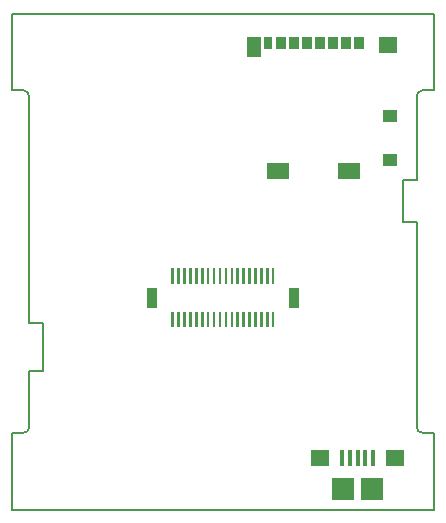
<source format=gbr>
%TF.GenerationSoftware,KiCad,Pcbnew,5.0.2-bee76a0~70~ubuntu18.04.1*%
%TF.CreationDate,2020-02-29T17:30:31-08:00*%
%TF.ProjectId,base,62617365-2e6b-4696-9361-645f70636258,rev?*%
%TF.SameCoordinates,Original*%
%TF.FileFunction,Paste,Bot*%
%TF.FilePolarity,Positive*%
%FSLAX46Y46*%
G04 Gerber Fmt 4.6, Leading zero omitted, Abs format (unit mm)*
G04 Created by KiCad (PCBNEW 5.0.2-bee76a0~70~ubuntu18.04.1) date Sat 29 Feb 2020 05:30:31 PM PST*
%MOMM*%
%LPD*%
G01*
G04 APERTURE LIST*
%ADD10C,0.150000*%
%ADD11C,0.100000*%
%ADD12R,1.200000X1.000000*%
%ADD13R,1.900000X1.350000*%
%ADD14R,1.170000X1.800000*%
%ADD15R,0.750000X1.100000*%
%ADD16R,0.850000X1.100000*%
%ADD17R,1.550000X1.350000*%
%ADD18R,1.900000X1.900000*%
%ADD19R,1.600000X1.400000*%
%ADD20R,0.400000X1.350000*%
%ADD21R,0.900000X1.800000*%
G04 APERTURE END LIST*
D10*
X131000500Y-114280540D02*
X131000500Y-118280540D01*
X162651441Y-102162541D02*
X162651441Y-95050541D01*
X161502382Y-105714800D02*
X162651441Y-105714800D01*
X161502382Y-102162541D02*
X162651441Y-102162541D01*
X129851441Y-123050540D02*
G75*
G02X129351441Y-123550540I-500000J0D01*
G01*
X129351441Y-94550541D02*
G75*
G02X129851441Y-95050541I0J-500000D01*
G01*
X162651441Y-95050541D02*
G75*
G02X163151441Y-94550541I500000J0D01*
G01*
X163151441Y-123550540D02*
G75*
G02X162651441Y-123050540I0J500000D01*
G01*
X128351441Y-88050540D02*
X128351441Y-94550540D01*
X163151441Y-94550541D02*
X164151441Y-94550540D01*
X162651441Y-123050540D02*
X162651441Y-105714800D01*
X164151441Y-123550540D02*
X163151441Y-123550540D01*
X164151441Y-94550540D02*
X164151440Y-88050541D01*
X129851441Y-95050541D02*
X129851441Y-114280540D01*
X128351441Y-94550540D02*
X129351441Y-94550541D01*
X128351441Y-130050540D02*
X162651440Y-130050540D01*
X129851441Y-114280540D02*
X131000500Y-114280540D01*
X161502382Y-102162541D02*
X161502382Y-105714800D01*
X162651440Y-88050540D02*
X128351441Y-88050540D01*
X131000500Y-118280540D02*
X129851441Y-118280540D01*
X128351441Y-123550540D02*
X128351441Y-130050540D01*
X129351441Y-123550540D02*
X128351441Y-123550540D01*
X129851441Y-118280540D02*
X129851441Y-123050540D01*
X162651440Y-130050540D02*
X164151440Y-130050540D01*
X164151440Y-88050541D02*
X162651440Y-88050540D01*
X164151440Y-130050540D02*
X164151441Y-123550540D01*
D11*
G36*
X143113300Y-110904800D02*
X142893300Y-110904800D01*
X142893300Y-109604800D01*
X143113300Y-109604800D01*
X143113300Y-110904800D01*
G37*
G36*
X150613300Y-114624800D02*
X150393300Y-114624800D01*
X150393300Y-113324800D01*
X150613300Y-113324800D01*
X150613300Y-114624800D01*
G37*
G36*
X150113300Y-114624800D02*
X149893300Y-114624800D01*
X149893300Y-113324800D01*
X150113300Y-113324800D01*
X150113300Y-114624800D01*
G37*
G36*
X149613300Y-114624800D02*
X149393300Y-114624800D01*
X149393300Y-113324800D01*
X149613300Y-113324800D01*
X149613300Y-114624800D01*
G37*
G36*
X149113300Y-114624800D02*
X148893300Y-114624800D01*
X148893300Y-113324800D01*
X149113300Y-113324800D01*
X149113300Y-114624800D01*
G37*
G36*
X148613300Y-114624800D02*
X148393300Y-114624800D01*
X148393300Y-113324800D01*
X148613300Y-113324800D01*
X148613300Y-114624800D01*
G37*
G36*
X148103300Y-114624800D02*
X147883300Y-114624800D01*
X147883300Y-113324800D01*
X148103300Y-113324800D01*
X148103300Y-114624800D01*
G37*
G36*
X147613300Y-114624800D02*
X147393300Y-114624800D01*
X147393300Y-113324800D01*
X147613300Y-113324800D01*
X147613300Y-114624800D01*
G37*
G36*
X147113300Y-114624800D02*
X146893300Y-114624800D01*
X146893300Y-113324800D01*
X147113300Y-113324800D01*
X147113300Y-114624800D01*
G37*
G36*
X146613300Y-114624800D02*
X146393300Y-114624800D01*
X146393300Y-113324800D01*
X146613300Y-113324800D01*
X146613300Y-114624800D01*
G37*
G36*
X146103300Y-114624800D02*
X145883300Y-114624800D01*
X145883300Y-113324800D01*
X146103300Y-113324800D01*
X146103300Y-114624800D01*
G37*
G36*
X145613300Y-114624800D02*
X145393300Y-114624800D01*
X145393300Y-113324800D01*
X145613300Y-113324800D01*
X145613300Y-114624800D01*
G37*
G36*
X145113300Y-114624800D02*
X144893300Y-114624800D01*
X144893300Y-113324800D01*
X145113300Y-113324800D01*
X145113300Y-114624800D01*
G37*
G36*
X144613300Y-114624800D02*
X144393300Y-114624800D01*
X144393300Y-113324800D01*
X144613300Y-113324800D01*
X144613300Y-114624800D01*
G37*
G36*
X144113300Y-114624800D02*
X143893300Y-114624800D01*
X143893300Y-113324800D01*
X144113300Y-113324800D01*
X144113300Y-114624800D01*
G37*
G36*
X143613300Y-114624800D02*
X143393300Y-114624800D01*
X143393300Y-113324800D01*
X143613300Y-113324800D01*
X143613300Y-114624800D01*
G37*
G36*
X143113300Y-114624800D02*
X142893300Y-114624800D01*
X142893300Y-113324800D01*
X143113300Y-113324800D01*
X143113300Y-114624800D01*
G37*
G36*
X150613300Y-110904800D02*
X150393300Y-110904800D01*
X150393300Y-109604800D01*
X150613300Y-109604800D01*
X150613300Y-110904800D01*
G37*
G36*
X150113300Y-110904800D02*
X149893300Y-110904800D01*
X149893300Y-109604800D01*
X150113300Y-109604800D01*
X150113300Y-110904800D01*
G37*
G36*
X149613300Y-110904800D02*
X149393300Y-110904800D01*
X149393300Y-109604800D01*
X149613300Y-109604800D01*
X149613300Y-110904800D01*
G37*
G36*
X149113300Y-110904800D02*
X148893300Y-110904800D01*
X148893300Y-109604800D01*
X149113300Y-109604800D01*
X149113300Y-110904800D01*
G37*
G36*
X148613300Y-110904800D02*
X148393300Y-110904800D01*
X148393300Y-109604800D01*
X148613300Y-109604800D01*
X148613300Y-110904800D01*
G37*
G36*
X148113300Y-110904800D02*
X147893300Y-110904800D01*
X147893300Y-109604800D01*
X148113300Y-109604800D01*
X148113300Y-110904800D01*
G37*
G36*
X147613300Y-110904800D02*
X147393300Y-110904800D01*
X147393300Y-109604800D01*
X147613300Y-109604800D01*
X147613300Y-110904800D01*
G37*
G36*
X147113300Y-110904800D02*
X146893300Y-110904800D01*
X146893300Y-109604800D01*
X147113300Y-109604800D01*
X147113300Y-110904800D01*
G37*
G36*
X146613300Y-110904800D02*
X146393300Y-110904800D01*
X146393300Y-109604800D01*
X146613300Y-109604800D01*
X146613300Y-110904800D01*
G37*
G36*
X146113300Y-110904800D02*
X145893300Y-110904800D01*
X145893300Y-109604800D01*
X146113300Y-109604800D01*
X146113300Y-110904800D01*
G37*
G36*
X145613300Y-110904800D02*
X145393300Y-110904800D01*
X145393300Y-109604800D01*
X145613300Y-109604800D01*
X145613300Y-110904800D01*
G37*
G36*
X145113300Y-110904800D02*
X144893300Y-110904800D01*
X144893300Y-109604800D01*
X145113300Y-109604800D01*
X145113300Y-110904800D01*
G37*
G36*
X144613300Y-110904800D02*
X144393300Y-110904800D01*
X144393300Y-109604800D01*
X144613300Y-109604800D01*
X144613300Y-110904800D01*
G37*
G36*
X144113300Y-110904800D02*
X143893300Y-110904800D01*
X143893300Y-109604800D01*
X144113300Y-109604800D01*
X144113300Y-110904800D01*
G37*
G36*
X143613300Y-110904800D02*
X143393300Y-110904800D01*
X143393300Y-109604800D01*
X143613300Y-109604800D01*
X143613300Y-110904800D01*
G37*
G36*
X142113300Y-110904800D02*
X141893300Y-110904800D01*
X141893300Y-109604800D01*
X142113300Y-109604800D01*
X142113300Y-110904800D01*
G37*
G36*
X142613300Y-114624800D02*
X142393300Y-114624800D01*
X142393300Y-113324800D01*
X142613300Y-113324800D01*
X142613300Y-114624800D01*
G37*
G36*
X142113300Y-114624800D02*
X141893300Y-114624800D01*
X141893300Y-113324800D01*
X142113300Y-113324800D01*
X142113300Y-114624800D01*
G37*
G36*
X142613300Y-110904800D02*
X142393300Y-110904800D01*
X142393300Y-109604800D01*
X142613300Y-109604800D01*
X142613300Y-110904800D01*
G37*
D12*
X160393500Y-96703900D03*
X160393500Y-100403900D03*
D13*
X156893500Y-101378900D03*
X150923500Y-101378900D03*
D14*
X148898500Y-90903900D03*
D15*
X150108500Y-90553900D03*
D16*
X151158500Y-90553900D03*
X152258500Y-90553900D03*
X153358500Y-90553900D03*
X154458500Y-90553900D03*
X155558500Y-90553900D03*
X156658500Y-90553900D03*
X157758500Y-90553900D03*
D17*
X160218500Y-90678900D03*
D18*
X156450000Y-128339000D03*
X158850000Y-128339000D03*
D19*
X154450000Y-125664000D03*
X160850000Y-125664000D03*
D20*
X156350000Y-125664000D03*
X158950000Y-125664000D03*
X158300000Y-125664000D03*
X157000000Y-125664000D03*
X157650000Y-125664000D03*
D21*
X152251100Y-112111400D03*
X140251100Y-112111400D03*
M02*

</source>
